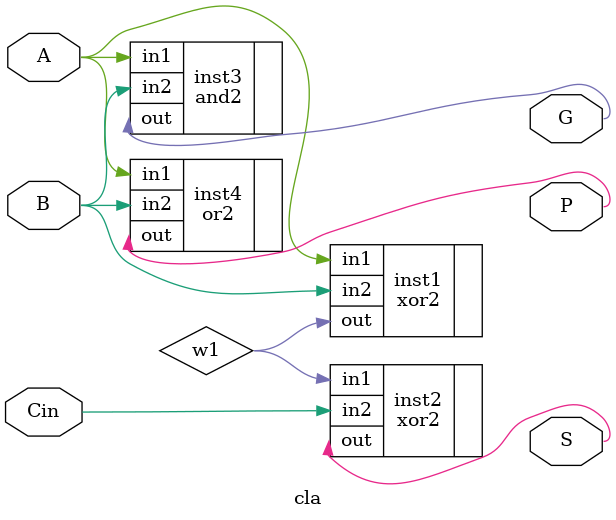
<source format=v>

module cla(A, B, Cin, S, G, P);

	input A, B, Cin;
	output S, G, P;

	wire w1;

	//compute SUM
	xor2 inst1(.in1(A), .in2(B), .out(w1));
	xor2 inst2(.in1(w1), .in2(Cin), .out(S));

	//compute Generate and Propagate
	and2 inst3(.in1(A), .in2(B), .out(G)); //both 1 to generate carry
	or2 inst4(.in1(A), .in2(B), .out(P)); //one or both 1s to propagate carry
endmodule
</source>
